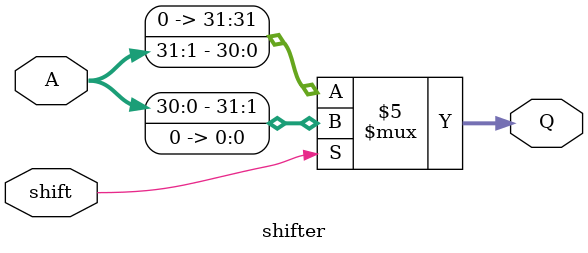
<source format=v>
module shifter(

    input [31:0] A,
    input wire shift,
    output [31:0] Q,
);
    always @(*) begin
        if (shift) begin
            Q = A << 1;
        end else begin
            Q = A >> 1;
        end
    end
endmodule
</source>
